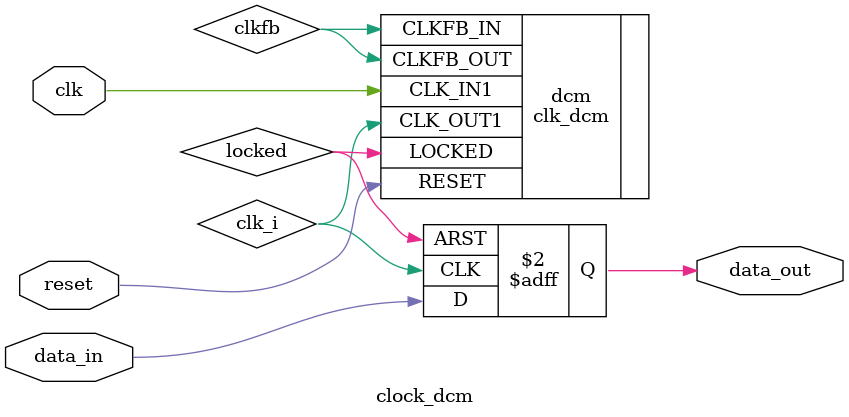
<source format=v>
module clock_dcm(input clk, reset,
                  input data_in,
                   output reg data_out

                       );  

   wire clk_i,locked,clkfb;

  clk_dcm dcm(// Clock in ports
    .CLK_IN1            (clk),     
    .CLKFB_IN           (clkfb), 
    .CLK_OUT1           (clk_i),    
    .CLKFB_OUT          (clkfb),
    .RESET              (reset),     
    .LOCKED             (locked));   


	always @(posedge clk_i, posedge locked)
		if (locked)
            data_out <= 0;
		else
		    data_out <= data_in;

endmodule // clock_dcm
</source>
